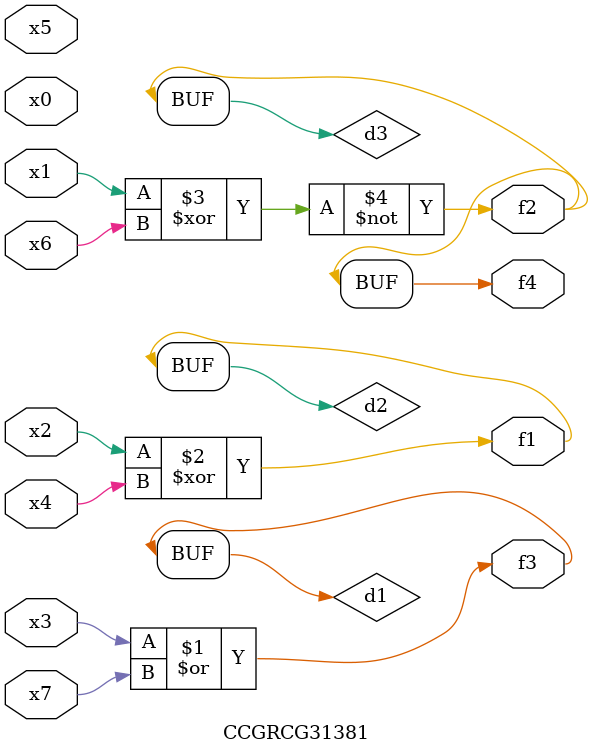
<source format=v>
module CCGRCG31381(
	input x0, x1, x2, x3, x4, x5, x6, x7,
	output f1, f2, f3, f4
);

	wire d1, d2, d3;

	or (d1, x3, x7);
	xor (d2, x2, x4);
	xnor (d3, x1, x6);
	assign f1 = d2;
	assign f2 = d3;
	assign f3 = d1;
	assign f4 = d3;
endmodule

</source>
